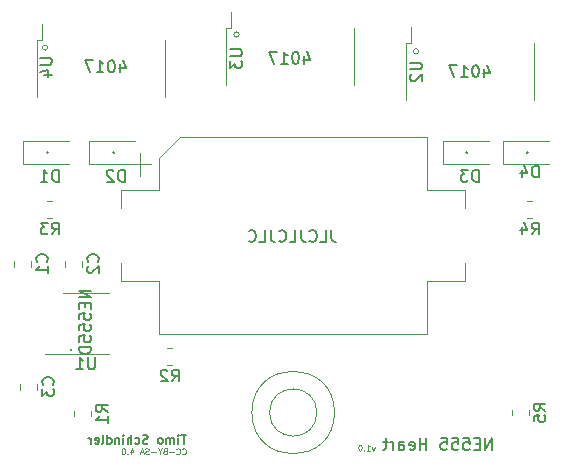
<source format=gbr>
%TF.GenerationSoftware,KiCad,Pcbnew,5.1.10*%
%TF.CreationDate,2021-05-22T08:45:22+02:00*%
%TF.ProjectId,Heart_NE555,48656172-745f-44e4-9535-35352e6b6963,rev?*%
%TF.SameCoordinates,Original*%
%TF.FileFunction,Legend,Bot*%
%TF.FilePolarity,Positive*%
%FSLAX46Y46*%
G04 Gerber Fmt 4.6, Leading zero omitted, Abs format (unit mm)*
G04 Created by KiCad (PCBNEW 5.1.10) date 2021-05-22 08:45:22*
%MOMM*%
%LPD*%
G01*
G04 APERTURE LIST*
%ADD10C,0.150000*%
%ADD11C,0.125000*%
%ADD12C,0.120000*%
G04 APERTURE END LIST*
D10*
X128233333Y-85552380D02*
X128233333Y-86266666D01*
X128280952Y-86409523D01*
X128376190Y-86504761D01*
X128519047Y-86552380D01*
X128614285Y-86552380D01*
X127280952Y-86552380D02*
X127757142Y-86552380D01*
X127757142Y-85552380D01*
X126376190Y-86457142D02*
X126423809Y-86504761D01*
X126566666Y-86552380D01*
X126661904Y-86552380D01*
X126804761Y-86504761D01*
X126900000Y-86409523D01*
X126947619Y-86314285D01*
X126995238Y-86123809D01*
X126995238Y-85980952D01*
X126947619Y-85790476D01*
X126900000Y-85695238D01*
X126804761Y-85600000D01*
X126661904Y-85552380D01*
X126566666Y-85552380D01*
X126423809Y-85600000D01*
X126376190Y-85647619D01*
X125661904Y-85552380D02*
X125661904Y-86266666D01*
X125709523Y-86409523D01*
X125804761Y-86504761D01*
X125947619Y-86552380D01*
X126042857Y-86552380D01*
X124709523Y-86552380D02*
X125185714Y-86552380D01*
X125185714Y-85552380D01*
X123804761Y-86457142D02*
X123852380Y-86504761D01*
X123995238Y-86552380D01*
X124090476Y-86552380D01*
X124233333Y-86504761D01*
X124328571Y-86409523D01*
X124376190Y-86314285D01*
X124423809Y-86123809D01*
X124423809Y-85980952D01*
X124376190Y-85790476D01*
X124328571Y-85695238D01*
X124233333Y-85600000D01*
X124090476Y-85552380D01*
X123995238Y-85552380D01*
X123852380Y-85600000D01*
X123804761Y-85647619D01*
X123090476Y-85552380D02*
X123090476Y-86266666D01*
X123138095Y-86409523D01*
X123233333Y-86504761D01*
X123376190Y-86552380D01*
X123471428Y-86552380D01*
X122138095Y-86552380D02*
X122614285Y-86552380D01*
X122614285Y-85552380D01*
X121233333Y-86457142D02*
X121280952Y-86504761D01*
X121423809Y-86552380D01*
X121519047Y-86552380D01*
X121661904Y-86504761D01*
X121757142Y-86409523D01*
X121804761Y-86314285D01*
X121852380Y-86123809D01*
X121852380Y-85980952D01*
X121804761Y-85790476D01*
X121757142Y-85695238D01*
X121661904Y-85600000D01*
X121519047Y-85552380D01*
X121423809Y-85552380D01*
X121280952Y-85600000D01*
X121233333Y-85647619D01*
D11*
X131914285Y-103892857D02*
X131795238Y-104226190D01*
X131676190Y-103892857D01*
X131223809Y-104226190D02*
X131509523Y-104226190D01*
X131366666Y-104226190D02*
X131366666Y-103726190D01*
X131414285Y-103797619D01*
X131461904Y-103845238D01*
X131509523Y-103869047D01*
X131009523Y-104178571D02*
X130985714Y-104202380D01*
X131009523Y-104226190D01*
X131033333Y-104202380D01*
X131009523Y-104178571D01*
X131009523Y-104226190D01*
X130676190Y-103726190D02*
X130628571Y-103726190D01*
X130580952Y-103750000D01*
X130557142Y-103773809D01*
X130533333Y-103821428D01*
X130509523Y-103916666D01*
X130509523Y-104035714D01*
X130533333Y-104130952D01*
X130557142Y-104178571D01*
X130580952Y-104202380D01*
X130628571Y-104226190D01*
X130676190Y-104226190D01*
X130723809Y-104202380D01*
X130747619Y-104178571D01*
X130771428Y-104130952D01*
X130795238Y-104035714D01*
X130795238Y-103916666D01*
X130771428Y-103821428D01*
X130747619Y-103773809D01*
X130723809Y-103750000D01*
X130676190Y-103726190D01*
D10*
X141847619Y-104152380D02*
X141847619Y-103152380D01*
X141276190Y-104152380D01*
X141276190Y-103152380D01*
X140800000Y-103628571D02*
X140466666Y-103628571D01*
X140323809Y-104152380D02*
X140800000Y-104152380D01*
X140800000Y-103152380D01*
X140323809Y-103152380D01*
X139419047Y-103152380D02*
X139895238Y-103152380D01*
X139942857Y-103628571D01*
X139895238Y-103580952D01*
X139800000Y-103533333D01*
X139561904Y-103533333D01*
X139466666Y-103580952D01*
X139419047Y-103628571D01*
X139371428Y-103723809D01*
X139371428Y-103961904D01*
X139419047Y-104057142D01*
X139466666Y-104104761D01*
X139561904Y-104152380D01*
X139800000Y-104152380D01*
X139895238Y-104104761D01*
X139942857Y-104057142D01*
X138466666Y-103152380D02*
X138942857Y-103152380D01*
X138990476Y-103628571D01*
X138942857Y-103580952D01*
X138847619Y-103533333D01*
X138609523Y-103533333D01*
X138514285Y-103580952D01*
X138466666Y-103628571D01*
X138419047Y-103723809D01*
X138419047Y-103961904D01*
X138466666Y-104057142D01*
X138514285Y-104104761D01*
X138609523Y-104152380D01*
X138847619Y-104152380D01*
X138942857Y-104104761D01*
X138990476Y-104057142D01*
X137514285Y-103152380D02*
X137990476Y-103152380D01*
X138038095Y-103628571D01*
X137990476Y-103580952D01*
X137895238Y-103533333D01*
X137657142Y-103533333D01*
X137561904Y-103580952D01*
X137514285Y-103628571D01*
X137466666Y-103723809D01*
X137466666Y-103961904D01*
X137514285Y-104057142D01*
X137561904Y-104104761D01*
X137657142Y-104152380D01*
X137895238Y-104152380D01*
X137990476Y-104104761D01*
X138038095Y-104057142D01*
X136276190Y-104152380D02*
X136276190Y-103152380D01*
X136276190Y-103628571D02*
X135704761Y-103628571D01*
X135704761Y-104152380D02*
X135704761Y-103152380D01*
X134847619Y-104104761D02*
X134942857Y-104152380D01*
X135133333Y-104152380D01*
X135228571Y-104104761D01*
X135276190Y-104009523D01*
X135276190Y-103628571D01*
X135228571Y-103533333D01*
X135133333Y-103485714D01*
X134942857Y-103485714D01*
X134847619Y-103533333D01*
X134800000Y-103628571D01*
X134800000Y-103723809D01*
X135276190Y-103819047D01*
X133942857Y-104152380D02*
X133942857Y-103628571D01*
X133990476Y-103533333D01*
X134085714Y-103485714D01*
X134276190Y-103485714D01*
X134371428Y-103533333D01*
X133942857Y-104104761D02*
X134038095Y-104152380D01*
X134276190Y-104152380D01*
X134371428Y-104104761D01*
X134419047Y-104009523D01*
X134419047Y-103914285D01*
X134371428Y-103819047D01*
X134276190Y-103771428D01*
X134038095Y-103771428D01*
X133942857Y-103723809D01*
X133466666Y-104152380D02*
X133466666Y-103485714D01*
X133466666Y-103676190D02*
X133419047Y-103580952D01*
X133371428Y-103533333D01*
X133276190Y-103485714D01*
X133180952Y-103485714D01*
X132990476Y-103485714D02*
X132609523Y-103485714D01*
X132847619Y-103152380D02*
X132847619Y-104009523D01*
X132800000Y-104104761D01*
X132704761Y-104152380D01*
X132609523Y-104152380D01*
X115942857Y-102889285D02*
X115514285Y-102889285D01*
X115728571Y-103639285D02*
X115728571Y-102889285D01*
X115264285Y-103639285D02*
X115264285Y-103139285D01*
X115264285Y-102889285D02*
X115300000Y-102925000D01*
X115264285Y-102960714D01*
X115228571Y-102925000D01*
X115264285Y-102889285D01*
X115264285Y-102960714D01*
X114907142Y-103639285D02*
X114907142Y-103139285D01*
X114907142Y-103210714D02*
X114871428Y-103175000D01*
X114800000Y-103139285D01*
X114692857Y-103139285D01*
X114621428Y-103175000D01*
X114585714Y-103246428D01*
X114585714Y-103639285D01*
X114585714Y-103246428D02*
X114550000Y-103175000D01*
X114478571Y-103139285D01*
X114371428Y-103139285D01*
X114300000Y-103175000D01*
X114264285Y-103246428D01*
X114264285Y-103639285D01*
X113800000Y-103639285D02*
X113871428Y-103603571D01*
X113907142Y-103567857D01*
X113942857Y-103496428D01*
X113942857Y-103282142D01*
X113907142Y-103210714D01*
X113871428Y-103175000D01*
X113800000Y-103139285D01*
X113692857Y-103139285D01*
X113621428Y-103175000D01*
X113585714Y-103210714D01*
X113550000Y-103282142D01*
X113550000Y-103496428D01*
X113585714Y-103567857D01*
X113621428Y-103603571D01*
X113692857Y-103639285D01*
X113800000Y-103639285D01*
X112692857Y-103603571D02*
X112585714Y-103639285D01*
X112407142Y-103639285D01*
X112335714Y-103603571D01*
X112300000Y-103567857D01*
X112264285Y-103496428D01*
X112264285Y-103425000D01*
X112300000Y-103353571D01*
X112335714Y-103317857D01*
X112407142Y-103282142D01*
X112550000Y-103246428D01*
X112621428Y-103210714D01*
X112657142Y-103175000D01*
X112692857Y-103103571D01*
X112692857Y-103032142D01*
X112657142Y-102960714D01*
X112621428Y-102925000D01*
X112550000Y-102889285D01*
X112371428Y-102889285D01*
X112264285Y-102925000D01*
X111621428Y-103603571D02*
X111692857Y-103639285D01*
X111835714Y-103639285D01*
X111907142Y-103603571D01*
X111942857Y-103567857D01*
X111978571Y-103496428D01*
X111978571Y-103282142D01*
X111942857Y-103210714D01*
X111907142Y-103175000D01*
X111835714Y-103139285D01*
X111692857Y-103139285D01*
X111621428Y-103175000D01*
X111300000Y-103639285D02*
X111300000Y-102889285D01*
X110978571Y-103639285D02*
X110978571Y-103246428D01*
X111014285Y-103175000D01*
X111085714Y-103139285D01*
X111192857Y-103139285D01*
X111264285Y-103175000D01*
X111300000Y-103210714D01*
X110621428Y-103639285D02*
X110621428Y-103139285D01*
X110621428Y-102889285D02*
X110657142Y-102925000D01*
X110621428Y-102960714D01*
X110585714Y-102925000D01*
X110621428Y-102889285D01*
X110621428Y-102960714D01*
X110264285Y-103139285D02*
X110264285Y-103639285D01*
X110264285Y-103210714D02*
X110228571Y-103175000D01*
X110157142Y-103139285D01*
X110050000Y-103139285D01*
X109978571Y-103175000D01*
X109942857Y-103246428D01*
X109942857Y-103639285D01*
X109264285Y-103639285D02*
X109264285Y-102889285D01*
X109264285Y-103603571D02*
X109335714Y-103639285D01*
X109478571Y-103639285D01*
X109550000Y-103603571D01*
X109585714Y-103567857D01*
X109621428Y-103496428D01*
X109621428Y-103282142D01*
X109585714Y-103210714D01*
X109550000Y-103175000D01*
X109478571Y-103139285D01*
X109335714Y-103139285D01*
X109264285Y-103175000D01*
X108800000Y-103639285D02*
X108871428Y-103603571D01*
X108907142Y-103532142D01*
X108907142Y-102889285D01*
X108228571Y-103603571D02*
X108300000Y-103639285D01*
X108442857Y-103639285D01*
X108514285Y-103603571D01*
X108550000Y-103532142D01*
X108550000Y-103246428D01*
X108514285Y-103175000D01*
X108442857Y-103139285D01*
X108300000Y-103139285D01*
X108228571Y-103175000D01*
X108192857Y-103246428D01*
X108192857Y-103317857D01*
X108550000Y-103389285D01*
X107871428Y-103639285D02*
X107871428Y-103139285D01*
X107871428Y-103282142D02*
X107835714Y-103210714D01*
X107800000Y-103175000D01*
X107728571Y-103139285D01*
X107657142Y-103139285D01*
D11*
X115616666Y-104478571D02*
X115640476Y-104502380D01*
X115711904Y-104526190D01*
X115759523Y-104526190D01*
X115830952Y-104502380D01*
X115878571Y-104454761D01*
X115902380Y-104407142D01*
X115926190Y-104311904D01*
X115926190Y-104240476D01*
X115902380Y-104145238D01*
X115878571Y-104097619D01*
X115830952Y-104050000D01*
X115759523Y-104026190D01*
X115711904Y-104026190D01*
X115640476Y-104050000D01*
X115616666Y-104073809D01*
X115116666Y-104478571D02*
X115140476Y-104502380D01*
X115211904Y-104526190D01*
X115259523Y-104526190D01*
X115330952Y-104502380D01*
X115378571Y-104454761D01*
X115402380Y-104407142D01*
X115426190Y-104311904D01*
X115426190Y-104240476D01*
X115402380Y-104145238D01*
X115378571Y-104097619D01*
X115330952Y-104050000D01*
X115259523Y-104026190D01*
X115211904Y-104026190D01*
X115140476Y-104050000D01*
X115116666Y-104073809D01*
X114902380Y-104335714D02*
X114521428Y-104335714D01*
X114116666Y-104264285D02*
X114045238Y-104288095D01*
X114021428Y-104311904D01*
X113997619Y-104359523D01*
X113997619Y-104430952D01*
X114021428Y-104478571D01*
X114045238Y-104502380D01*
X114092857Y-104526190D01*
X114283333Y-104526190D01*
X114283333Y-104026190D01*
X114116666Y-104026190D01*
X114069047Y-104050000D01*
X114045238Y-104073809D01*
X114021428Y-104121428D01*
X114021428Y-104169047D01*
X114045238Y-104216666D01*
X114069047Y-104240476D01*
X114116666Y-104264285D01*
X114283333Y-104264285D01*
X113688095Y-104288095D02*
X113688095Y-104526190D01*
X113854761Y-104026190D02*
X113688095Y-104288095D01*
X113521428Y-104026190D01*
X113354761Y-104335714D02*
X112973809Y-104335714D01*
X112759523Y-104502380D02*
X112688095Y-104526190D01*
X112569047Y-104526190D01*
X112521428Y-104502380D01*
X112497619Y-104478571D01*
X112473809Y-104430952D01*
X112473809Y-104383333D01*
X112497619Y-104335714D01*
X112521428Y-104311904D01*
X112569047Y-104288095D01*
X112664285Y-104264285D01*
X112711904Y-104240476D01*
X112735714Y-104216666D01*
X112759523Y-104169047D01*
X112759523Y-104121428D01*
X112735714Y-104073809D01*
X112711904Y-104050000D01*
X112664285Y-104026190D01*
X112545238Y-104026190D01*
X112473809Y-104050000D01*
X112283333Y-104383333D02*
X112045238Y-104383333D01*
X112330952Y-104526190D02*
X112164285Y-104026190D01*
X111997619Y-104526190D01*
X111235714Y-104192857D02*
X111235714Y-104526190D01*
X111354761Y-104002380D02*
X111473809Y-104359523D01*
X111164285Y-104359523D01*
X110973809Y-104478571D02*
X110950000Y-104502380D01*
X110973809Y-104526190D01*
X110997619Y-104502380D01*
X110973809Y-104478571D01*
X110973809Y-104526190D01*
X110640476Y-104026190D02*
X110592857Y-104026190D01*
X110545238Y-104050000D01*
X110521428Y-104073809D01*
X110497619Y-104121428D01*
X110473809Y-104216666D01*
X110473809Y-104335714D01*
X110497619Y-104430952D01*
X110521428Y-104478571D01*
X110545238Y-104502380D01*
X110592857Y-104526190D01*
X110640476Y-104526190D01*
X110688095Y-104502380D01*
X110711904Y-104478571D01*
X110735714Y-104430952D01*
X110759523Y-104335714D01*
X110759523Y-104216666D01*
X110735714Y-104121428D01*
X110711904Y-104073809D01*
X110688095Y-104050000D01*
X110640476Y-104026190D01*
D12*
X104300000Y-79000000D02*
G75*
G03*
X104300000Y-79000000I-100000J0D01*
G01*
X109900000Y-79000000D02*
G75*
G03*
X109900000Y-79000000I-100000J0D01*
G01*
X144900000Y-79000000D02*
G75*
G03*
X144900000Y-79000000I-100000J0D01*
G01*
X139800000Y-79000000D02*
G75*
G03*
X139800000Y-79000000I-100000J0D01*
G01*
X135623607Y-70400000D02*
G75*
G03*
X135623607Y-70400000I-223607J0D01*
G01*
X104223607Y-70100000D02*
G75*
G03*
X104223607Y-70100000I-223607J0D01*
G01*
X120423607Y-69000000D02*
G75*
G03*
X120423607Y-69000000I-223607J0D01*
G01*
X106300000Y-95700000D02*
G75*
G03*
X106300000Y-95700000I-100000J0D01*
G01*
%TO.C,SW1*%
X128500000Y-101000000D02*
G75*
G03*
X128500000Y-101000000I-3500000J0D01*
G01*
X127000000Y-101000000D02*
G75*
G03*
X127000000Y-101000000I-2000000J0D01*
G01*
%TO.C,D3*%
X137704000Y-79994000D02*
X141604000Y-79994000D01*
X137704000Y-77994000D02*
X141604000Y-77994000D01*
X137704000Y-79994000D02*
X137704000Y-77994000D01*
%TO.C,D2*%
X107732000Y-79994000D02*
X111632000Y-79994000D01*
X107732000Y-77994000D02*
X111632000Y-77994000D01*
X107732000Y-79994000D02*
X107732000Y-77994000D01*
%TO.C,D1*%
X102144000Y-79994000D02*
X106044000Y-79994000D01*
X102144000Y-77994000D02*
X106044000Y-77994000D01*
X102144000Y-79994000D02*
X102144000Y-77994000D01*
%TO.C,D4*%
X142784000Y-79994000D02*
X146684000Y-79994000D01*
X142784000Y-77994000D02*
X146684000Y-77994000D01*
X142784000Y-79994000D02*
X142784000Y-77994000D01*
%TO.C,U4*%
X114112000Y-69482000D02*
X114112000Y-74282000D01*
X103312000Y-69482000D02*
X103312000Y-74282000D01*
X103712000Y-69482000D02*
X103712000Y-68082000D01*
X103312000Y-69482000D02*
X103712000Y-69482000D01*
%TO.C,U3*%
X130114000Y-68466000D02*
X130114000Y-73266000D01*
X119314000Y-68466000D02*
X119314000Y-73266000D01*
X119714000Y-68466000D02*
X119714000Y-67066000D01*
X119314000Y-68466000D02*
X119714000Y-68466000D01*
%TO.C,U2*%
X145354000Y-69736000D02*
X145354000Y-74536000D01*
X134554000Y-69736000D02*
X134554000Y-74536000D01*
X134954000Y-69736000D02*
X134954000Y-68336000D01*
X134554000Y-69736000D02*
X134954000Y-69736000D01*
%TO.C,U1*%
X107442000Y-96032000D02*
X103992000Y-96032000D01*
X107442000Y-96032000D02*
X109392000Y-96032000D01*
X107442000Y-90912000D02*
X105492000Y-90912000D01*
X107442000Y-90912000D02*
X109392000Y-90912000D01*
%TO.C,R5*%
X143515000Y-101227064D02*
X143515000Y-100772936D01*
X144985000Y-101227064D02*
X144985000Y-100772936D01*
%TO.C,R4*%
X144806936Y-83085000D02*
X145261064Y-83085000D01*
X144806936Y-84555000D02*
X145261064Y-84555000D01*
%TO.C,R3*%
X104166936Y-83085000D02*
X104621064Y-83085000D01*
X104166936Y-84555000D02*
X104621064Y-84555000D01*
%TO.C,R2*%
X114326936Y-95531000D02*
X114781064Y-95531000D01*
X114326936Y-97001000D02*
X114781064Y-97001000D01*
%TO.C,R1*%
X106453000Y-101319064D02*
X106453000Y-100864936D01*
X107923000Y-101319064D02*
X107923000Y-100864936D01*
%TO.C,C3*%
X101881000Y-99067252D02*
X101881000Y-98544748D01*
X103351000Y-99067252D02*
X103351000Y-98544748D01*
%TO.C,C2*%
X105691000Y-88653252D02*
X105691000Y-88130748D01*
X107161000Y-88653252D02*
X107161000Y-88130748D01*
%TO.C,C1*%
X101373000Y-88653252D02*
X101373000Y-88130748D01*
X102843000Y-88653252D02*
X102843000Y-88130748D01*
%TO.C,BT1*%
X113000000Y-80000000D02*
X111000000Y-80000000D01*
X112000000Y-81000000D02*
X112000000Y-79000000D01*
X136350000Y-94350000D02*
X136350000Y-89850000D01*
X113650000Y-94350000D02*
X113650000Y-89850000D01*
X113650000Y-94350000D02*
X136350000Y-94350000D01*
X139550000Y-89850000D02*
X139550000Y-88300000D01*
X136350000Y-89850000D02*
X139550000Y-89850000D01*
X110450000Y-89850000D02*
X110450000Y-88300000D01*
X113650000Y-89850000D02*
X110450000Y-89850000D01*
X110450000Y-82150000D02*
X110450000Y-83700000D01*
X113650000Y-82150000D02*
X110450000Y-82150000D01*
X115450000Y-77650000D02*
X113650000Y-79450000D01*
X113650000Y-79450000D02*
X113650000Y-82150000D01*
X136350000Y-77650000D02*
X115450000Y-77650000D01*
X136350000Y-77650000D02*
X136350000Y-82150000D01*
X139550000Y-82150000D02*
X139550000Y-83700000D01*
X136350000Y-82150000D02*
X139550000Y-82150000D01*
%TO.C,D3*%
D10*
X140692095Y-81446380D02*
X140692095Y-80446380D01*
X140454000Y-80446380D01*
X140311142Y-80494000D01*
X140215904Y-80589238D01*
X140168285Y-80684476D01*
X140120666Y-80874952D01*
X140120666Y-81017809D01*
X140168285Y-81208285D01*
X140215904Y-81303523D01*
X140311142Y-81398761D01*
X140454000Y-81446380D01*
X140692095Y-81446380D01*
X139787333Y-80446380D02*
X139168285Y-80446380D01*
X139501619Y-80827333D01*
X139358761Y-80827333D01*
X139263523Y-80874952D01*
X139215904Y-80922571D01*
X139168285Y-81017809D01*
X139168285Y-81255904D01*
X139215904Y-81351142D01*
X139263523Y-81398761D01*
X139358761Y-81446380D01*
X139644476Y-81446380D01*
X139739714Y-81398761D01*
X139787333Y-81351142D01*
%TO.C,D2*%
X110720095Y-81446380D02*
X110720095Y-80446380D01*
X110482000Y-80446380D01*
X110339142Y-80494000D01*
X110243904Y-80589238D01*
X110196285Y-80684476D01*
X110148666Y-80874952D01*
X110148666Y-81017809D01*
X110196285Y-81208285D01*
X110243904Y-81303523D01*
X110339142Y-81398761D01*
X110482000Y-81446380D01*
X110720095Y-81446380D01*
X109767714Y-80541619D02*
X109720095Y-80494000D01*
X109624857Y-80446380D01*
X109386761Y-80446380D01*
X109291523Y-80494000D01*
X109243904Y-80541619D01*
X109196285Y-80636857D01*
X109196285Y-80732095D01*
X109243904Y-80874952D01*
X109815333Y-81446380D01*
X109196285Y-81446380D01*
%TO.C,D1*%
X105132095Y-81446380D02*
X105132095Y-80446380D01*
X104894000Y-80446380D01*
X104751142Y-80494000D01*
X104655904Y-80589238D01*
X104608285Y-80684476D01*
X104560666Y-80874952D01*
X104560666Y-81017809D01*
X104608285Y-81208285D01*
X104655904Y-81303523D01*
X104751142Y-81398761D01*
X104894000Y-81446380D01*
X105132095Y-81446380D01*
X103608285Y-81446380D02*
X104179714Y-81446380D01*
X103894000Y-81446380D02*
X103894000Y-80446380D01*
X103989238Y-80589238D01*
X104084476Y-80684476D01*
X104179714Y-80732095D01*
%TO.C,D4*%
X145772095Y-81096380D02*
X145772095Y-80096380D01*
X145534000Y-80096380D01*
X145391142Y-80144000D01*
X145295904Y-80239238D01*
X145248285Y-80334476D01*
X145200666Y-80524952D01*
X145200666Y-80667809D01*
X145248285Y-80858285D01*
X145295904Y-80953523D01*
X145391142Y-81048761D01*
X145534000Y-81096380D01*
X145772095Y-81096380D01*
X144343523Y-80429714D02*
X144343523Y-81096380D01*
X144581619Y-80048761D02*
X144819714Y-80763047D01*
X144200666Y-80763047D01*
%TO.C,U4*%
X103574380Y-70970095D02*
X104383904Y-70970095D01*
X104479142Y-71017714D01*
X104526761Y-71065333D01*
X104574380Y-71160571D01*
X104574380Y-71351047D01*
X104526761Y-71446285D01*
X104479142Y-71493904D01*
X104383904Y-71541523D01*
X103574380Y-71541523D01*
X103907714Y-72446285D02*
X104574380Y-72446285D01*
X103526761Y-72208190D02*
X104241047Y-71970095D01*
X104241047Y-72589142D01*
X110360095Y-71517714D02*
X110360095Y-72184380D01*
X110598190Y-71136761D02*
X110836285Y-71851047D01*
X110217238Y-71851047D01*
X109645809Y-71184380D02*
X109550571Y-71184380D01*
X109455333Y-71232000D01*
X109407714Y-71279619D01*
X109360095Y-71374857D01*
X109312476Y-71565333D01*
X109312476Y-71803428D01*
X109360095Y-71993904D01*
X109407714Y-72089142D01*
X109455333Y-72136761D01*
X109550571Y-72184380D01*
X109645809Y-72184380D01*
X109741047Y-72136761D01*
X109788666Y-72089142D01*
X109836285Y-71993904D01*
X109883904Y-71803428D01*
X109883904Y-71565333D01*
X109836285Y-71374857D01*
X109788666Y-71279619D01*
X109741047Y-71232000D01*
X109645809Y-71184380D01*
X108360095Y-72184380D02*
X108931523Y-72184380D01*
X108645809Y-72184380D02*
X108645809Y-71184380D01*
X108741047Y-71327238D01*
X108836285Y-71422476D01*
X108931523Y-71470095D01*
X108026761Y-71184380D02*
X107360095Y-71184380D01*
X107788666Y-72184380D01*
%TO.C,U3*%
X119666380Y-70254095D02*
X120475904Y-70254095D01*
X120571142Y-70301714D01*
X120618761Y-70349333D01*
X120666380Y-70444571D01*
X120666380Y-70635047D01*
X120618761Y-70730285D01*
X120571142Y-70777904D01*
X120475904Y-70825523D01*
X119666380Y-70825523D01*
X119666380Y-71206476D02*
X119666380Y-71825523D01*
X120047333Y-71492190D01*
X120047333Y-71635047D01*
X120094952Y-71730285D01*
X120142571Y-71777904D01*
X120237809Y-71825523D01*
X120475904Y-71825523D01*
X120571142Y-71777904D01*
X120618761Y-71730285D01*
X120666380Y-71635047D01*
X120666380Y-71349333D01*
X120618761Y-71254095D01*
X120571142Y-71206476D01*
X125952095Y-70801714D02*
X125952095Y-71468380D01*
X126190190Y-70420761D02*
X126428285Y-71135047D01*
X125809238Y-71135047D01*
X125237809Y-70468380D02*
X125142571Y-70468380D01*
X125047333Y-70516000D01*
X124999714Y-70563619D01*
X124952095Y-70658857D01*
X124904476Y-70849333D01*
X124904476Y-71087428D01*
X124952095Y-71277904D01*
X124999714Y-71373142D01*
X125047333Y-71420761D01*
X125142571Y-71468380D01*
X125237809Y-71468380D01*
X125333047Y-71420761D01*
X125380666Y-71373142D01*
X125428285Y-71277904D01*
X125475904Y-71087428D01*
X125475904Y-70849333D01*
X125428285Y-70658857D01*
X125380666Y-70563619D01*
X125333047Y-70516000D01*
X125237809Y-70468380D01*
X123952095Y-71468380D02*
X124523523Y-71468380D01*
X124237809Y-71468380D02*
X124237809Y-70468380D01*
X124333047Y-70611238D01*
X124428285Y-70706476D01*
X124523523Y-70754095D01*
X123618761Y-70468380D02*
X122952095Y-70468380D01*
X123380666Y-71468380D01*
%TO.C,U2*%
X134906380Y-71374095D02*
X135715904Y-71374095D01*
X135811142Y-71421714D01*
X135858761Y-71469333D01*
X135906380Y-71564571D01*
X135906380Y-71755047D01*
X135858761Y-71850285D01*
X135811142Y-71897904D01*
X135715904Y-71945523D01*
X134906380Y-71945523D01*
X135001619Y-72374095D02*
X134954000Y-72421714D01*
X134906380Y-72516952D01*
X134906380Y-72755047D01*
X134954000Y-72850285D01*
X135001619Y-72897904D01*
X135096857Y-72945523D01*
X135192095Y-72945523D01*
X135334952Y-72897904D01*
X135906380Y-72326476D01*
X135906380Y-72945523D01*
X141192095Y-71921714D02*
X141192095Y-72588380D01*
X141430190Y-71540761D02*
X141668285Y-72255047D01*
X141049238Y-72255047D01*
X140477809Y-71588380D02*
X140382571Y-71588380D01*
X140287333Y-71636000D01*
X140239714Y-71683619D01*
X140192095Y-71778857D01*
X140144476Y-71969333D01*
X140144476Y-72207428D01*
X140192095Y-72397904D01*
X140239714Y-72493142D01*
X140287333Y-72540761D01*
X140382571Y-72588380D01*
X140477809Y-72588380D01*
X140573047Y-72540761D01*
X140620666Y-72493142D01*
X140668285Y-72397904D01*
X140715904Y-72207428D01*
X140715904Y-71969333D01*
X140668285Y-71778857D01*
X140620666Y-71683619D01*
X140573047Y-71636000D01*
X140477809Y-71588380D01*
X139192095Y-72588380D02*
X139763523Y-72588380D01*
X139477809Y-72588380D02*
X139477809Y-71588380D01*
X139573047Y-71731238D01*
X139668285Y-71826476D01*
X139763523Y-71874095D01*
X138858761Y-71588380D02*
X138192095Y-71588380D01*
X138620666Y-72588380D01*
%TO.C,U1*%
X108203904Y-96324380D02*
X108203904Y-97133904D01*
X108156285Y-97229142D01*
X108108666Y-97276761D01*
X108013428Y-97324380D01*
X107822952Y-97324380D01*
X107727714Y-97276761D01*
X107680095Y-97229142D01*
X107632476Y-97133904D01*
X107632476Y-96324380D01*
X106632476Y-97324380D02*
X107203904Y-97324380D01*
X106918190Y-97324380D02*
X106918190Y-96324380D01*
X107013428Y-96467238D01*
X107108666Y-96562476D01*
X107203904Y-96610095D01*
X107869380Y-90670333D02*
X106869380Y-90670333D01*
X107869380Y-91241761D01*
X106869380Y-91241761D01*
X107345571Y-91717952D02*
X107345571Y-92051285D01*
X107869380Y-92194142D02*
X107869380Y-91717952D01*
X106869380Y-91717952D01*
X106869380Y-92194142D01*
X106869380Y-93098904D02*
X106869380Y-92622714D01*
X107345571Y-92575095D01*
X107297952Y-92622714D01*
X107250333Y-92717952D01*
X107250333Y-92956047D01*
X107297952Y-93051285D01*
X107345571Y-93098904D01*
X107440809Y-93146523D01*
X107678904Y-93146523D01*
X107774142Y-93098904D01*
X107821761Y-93051285D01*
X107869380Y-92956047D01*
X107869380Y-92717952D01*
X107821761Y-92622714D01*
X107774142Y-92575095D01*
X106869380Y-94051285D02*
X106869380Y-93575095D01*
X107345571Y-93527476D01*
X107297952Y-93575095D01*
X107250333Y-93670333D01*
X107250333Y-93908428D01*
X107297952Y-94003666D01*
X107345571Y-94051285D01*
X107440809Y-94098904D01*
X107678904Y-94098904D01*
X107774142Y-94051285D01*
X107821761Y-94003666D01*
X107869380Y-93908428D01*
X107869380Y-93670333D01*
X107821761Y-93575095D01*
X107774142Y-93527476D01*
X106869380Y-95003666D02*
X106869380Y-94527476D01*
X107345571Y-94479857D01*
X107297952Y-94527476D01*
X107250333Y-94622714D01*
X107250333Y-94860809D01*
X107297952Y-94956047D01*
X107345571Y-95003666D01*
X107440809Y-95051285D01*
X107678904Y-95051285D01*
X107774142Y-95003666D01*
X107821761Y-94956047D01*
X107869380Y-94860809D01*
X107869380Y-94622714D01*
X107821761Y-94527476D01*
X107774142Y-94479857D01*
X107869380Y-95479857D02*
X106869380Y-95479857D01*
X106869380Y-95717952D01*
X106917000Y-95860809D01*
X107012238Y-95956047D01*
X107107476Y-96003666D01*
X107297952Y-96051285D01*
X107440809Y-96051285D01*
X107631285Y-96003666D01*
X107726523Y-95956047D01*
X107821761Y-95860809D01*
X107869380Y-95717952D01*
X107869380Y-95479857D01*
%TO.C,R5*%
X146352380Y-100833333D02*
X145876190Y-100500000D01*
X146352380Y-100261904D02*
X145352380Y-100261904D01*
X145352380Y-100642857D01*
X145400000Y-100738095D01*
X145447619Y-100785714D01*
X145542857Y-100833333D01*
X145685714Y-100833333D01*
X145780952Y-100785714D01*
X145828571Y-100738095D01*
X145876190Y-100642857D01*
X145876190Y-100261904D01*
X145352380Y-101738095D02*
X145352380Y-101261904D01*
X145828571Y-101214285D01*
X145780952Y-101261904D01*
X145733333Y-101357142D01*
X145733333Y-101595238D01*
X145780952Y-101690476D01*
X145828571Y-101738095D01*
X145923809Y-101785714D01*
X146161904Y-101785714D01*
X146257142Y-101738095D01*
X146304761Y-101690476D01*
X146352380Y-101595238D01*
X146352380Y-101357142D01*
X146304761Y-101261904D01*
X146257142Y-101214285D01*
%TO.C,R4*%
X145200666Y-85922380D02*
X145534000Y-85446190D01*
X145772095Y-85922380D02*
X145772095Y-84922380D01*
X145391142Y-84922380D01*
X145295904Y-84970000D01*
X145248285Y-85017619D01*
X145200666Y-85112857D01*
X145200666Y-85255714D01*
X145248285Y-85350952D01*
X145295904Y-85398571D01*
X145391142Y-85446190D01*
X145772095Y-85446190D01*
X144343523Y-85255714D02*
X144343523Y-85922380D01*
X144581619Y-84874761D02*
X144819714Y-85589047D01*
X144200666Y-85589047D01*
%TO.C,R3*%
X104560666Y-85922380D02*
X104894000Y-85446190D01*
X105132095Y-85922380D02*
X105132095Y-84922380D01*
X104751142Y-84922380D01*
X104655904Y-84970000D01*
X104608285Y-85017619D01*
X104560666Y-85112857D01*
X104560666Y-85255714D01*
X104608285Y-85350952D01*
X104655904Y-85398571D01*
X104751142Y-85446190D01*
X105132095Y-85446190D01*
X104227333Y-84922380D02*
X103608285Y-84922380D01*
X103941619Y-85303333D01*
X103798761Y-85303333D01*
X103703523Y-85350952D01*
X103655904Y-85398571D01*
X103608285Y-85493809D01*
X103608285Y-85731904D01*
X103655904Y-85827142D01*
X103703523Y-85874761D01*
X103798761Y-85922380D01*
X104084476Y-85922380D01*
X104179714Y-85874761D01*
X104227333Y-85827142D01*
%TO.C,R2*%
X114720666Y-98368380D02*
X115054000Y-97892190D01*
X115292095Y-98368380D02*
X115292095Y-97368380D01*
X114911142Y-97368380D01*
X114815904Y-97416000D01*
X114768285Y-97463619D01*
X114720666Y-97558857D01*
X114720666Y-97701714D01*
X114768285Y-97796952D01*
X114815904Y-97844571D01*
X114911142Y-97892190D01*
X115292095Y-97892190D01*
X114339714Y-97463619D02*
X114292095Y-97416000D01*
X114196857Y-97368380D01*
X113958761Y-97368380D01*
X113863523Y-97416000D01*
X113815904Y-97463619D01*
X113768285Y-97558857D01*
X113768285Y-97654095D01*
X113815904Y-97796952D01*
X114387333Y-98368380D01*
X113768285Y-98368380D01*
%TO.C,R1*%
X109290380Y-100925333D02*
X108814190Y-100592000D01*
X109290380Y-100353904D02*
X108290380Y-100353904D01*
X108290380Y-100734857D01*
X108338000Y-100830095D01*
X108385619Y-100877714D01*
X108480857Y-100925333D01*
X108623714Y-100925333D01*
X108718952Y-100877714D01*
X108766571Y-100830095D01*
X108814190Y-100734857D01*
X108814190Y-100353904D01*
X109290380Y-101877714D02*
X109290380Y-101306285D01*
X109290380Y-101592000D02*
X108290380Y-101592000D01*
X108433238Y-101496761D01*
X108528476Y-101401523D01*
X108576095Y-101306285D01*
%TO.C,C3*%
X104653142Y-98639333D02*
X104700761Y-98591714D01*
X104748380Y-98448857D01*
X104748380Y-98353619D01*
X104700761Y-98210761D01*
X104605523Y-98115523D01*
X104510285Y-98067904D01*
X104319809Y-98020285D01*
X104176952Y-98020285D01*
X103986476Y-98067904D01*
X103891238Y-98115523D01*
X103796000Y-98210761D01*
X103748380Y-98353619D01*
X103748380Y-98448857D01*
X103796000Y-98591714D01*
X103843619Y-98639333D01*
X103748380Y-98972666D02*
X103748380Y-99591714D01*
X104129333Y-99258380D01*
X104129333Y-99401238D01*
X104176952Y-99496476D01*
X104224571Y-99544095D01*
X104319809Y-99591714D01*
X104557904Y-99591714D01*
X104653142Y-99544095D01*
X104700761Y-99496476D01*
X104748380Y-99401238D01*
X104748380Y-99115523D01*
X104700761Y-99020285D01*
X104653142Y-98972666D01*
%TO.C,C2*%
X108463142Y-88225333D02*
X108510761Y-88177714D01*
X108558380Y-88034857D01*
X108558380Y-87939619D01*
X108510761Y-87796761D01*
X108415523Y-87701523D01*
X108320285Y-87653904D01*
X108129809Y-87606285D01*
X107986952Y-87606285D01*
X107796476Y-87653904D01*
X107701238Y-87701523D01*
X107606000Y-87796761D01*
X107558380Y-87939619D01*
X107558380Y-88034857D01*
X107606000Y-88177714D01*
X107653619Y-88225333D01*
X107653619Y-88606285D02*
X107606000Y-88653904D01*
X107558380Y-88749142D01*
X107558380Y-88987238D01*
X107606000Y-89082476D01*
X107653619Y-89130095D01*
X107748857Y-89177714D01*
X107844095Y-89177714D01*
X107986952Y-89130095D01*
X108558380Y-88558666D01*
X108558380Y-89177714D01*
%TO.C,C1*%
X104145142Y-88225333D02*
X104192761Y-88177714D01*
X104240380Y-88034857D01*
X104240380Y-87939619D01*
X104192761Y-87796761D01*
X104097523Y-87701523D01*
X104002285Y-87653904D01*
X103811809Y-87606285D01*
X103668952Y-87606285D01*
X103478476Y-87653904D01*
X103383238Y-87701523D01*
X103288000Y-87796761D01*
X103240380Y-87939619D01*
X103240380Y-88034857D01*
X103288000Y-88177714D01*
X103335619Y-88225333D01*
X104240380Y-89177714D02*
X104240380Y-88606285D01*
X104240380Y-88892000D02*
X103240380Y-88892000D01*
X103383238Y-88796761D01*
X103478476Y-88701523D01*
X103526095Y-88606285D01*
%TD*%
M02*

</source>
